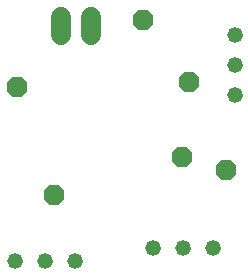
<source format=gbr>
G04 EAGLE Gerber RS-274X export*
G75*
%MOMM*%
%FSLAX34Y34*%
%LPD*%
%INSoldermask Top*%
%IPPOS*%
%AMOC8*
5,1,8,0,0,1.08239X$1,22.5*%
G01*
%ADD10C,1.320800*%
%ADD11C,1.727200*%
%ADD12P,1.869504X8X22.500000*%


D10*
X226638Y223994D03*
X226638Y198594D03*
X226638Y173194D03*
X157452Y43606D03*
X182852Y43606D03*
X208252Y43606D03*
X40438Y33216D03*
X65838Y33216D03*
X91238Y33216D03*
D11*
X105376Y224262D02*
X105376Y239502D01*
X79976Y239502D02*
X79976Y224262D01*
D12*
X149151Y237233D03*
X42393Y180280D03*
X181892Y121240D03*
X188204Y184873D03*
X73697Y88863D03*
X219478Y110286D03*
M02*

</source>
